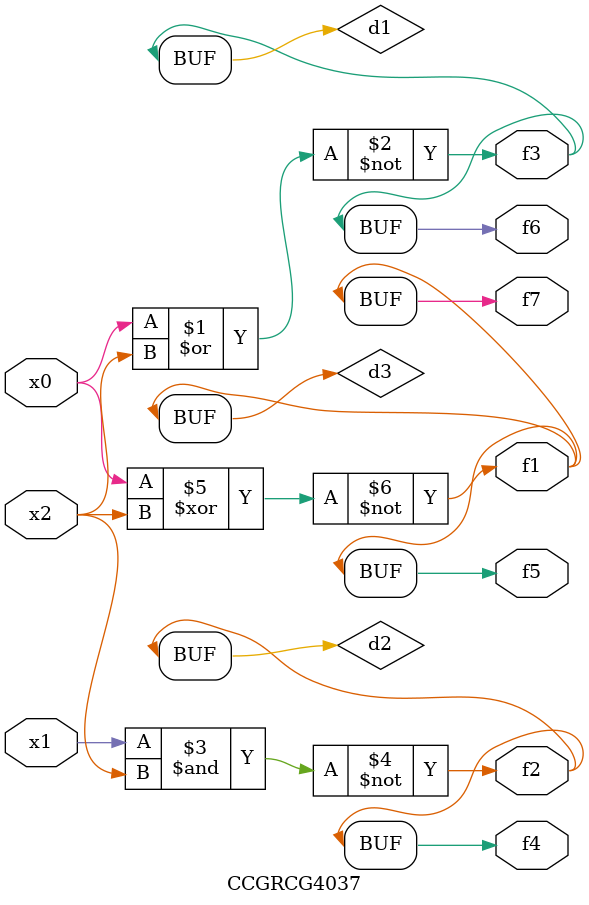
<source format=v>
module CCGRCG4037(
	input x0, x1, x2,
	output f1, f2, f3, f4, f5, f6, f7
);

	wire d1, d2, d3;

	nor (d1, x0, x2);
	nand (d2, x1, x2);
	xnor (d3, x0, x2);
	assign f1 = d3;
	assign f2 = d2;
	assign f3 = d1;
	assign f4 = d2;
	assign f5 = d3;
	assign f6 = d1;
	assign f7 = d3;
endmodule

</source>
